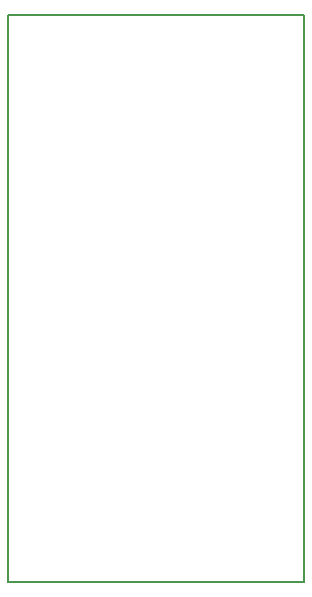
<source format=gbr>
G04 #@! TF.FileFunction,Profile,NP*
%FSLAX46Y46*%
G04 Gerber Fmt 4.6, Leading zero omitted, Abs format (unit mm)*
G04 Created by KiCad (PCBNEW 4.0.1-stable) date 2018/04/09 0:13:58*
%MOMM*%
G01*
G04 APERTURE LIST*
%ADD10C,0.100000*%
%ADD11C,0.150000*%
G04 APERTURE END LIST*
D10*
D11*
X136000000Y-138000000D02*
X136000000Y-90000000D01*
X161000000Y-138000000D02*
X136000000Y-138000000D01*
X161000000Y-90000000D02*
X161000000Y-138000000D01*
X160000000Y-90000000D02*
X161000000Y-90000000D01*
X136000000Y-90000000D02*
X160000000Y-90000000D01*
M02*

</source>
